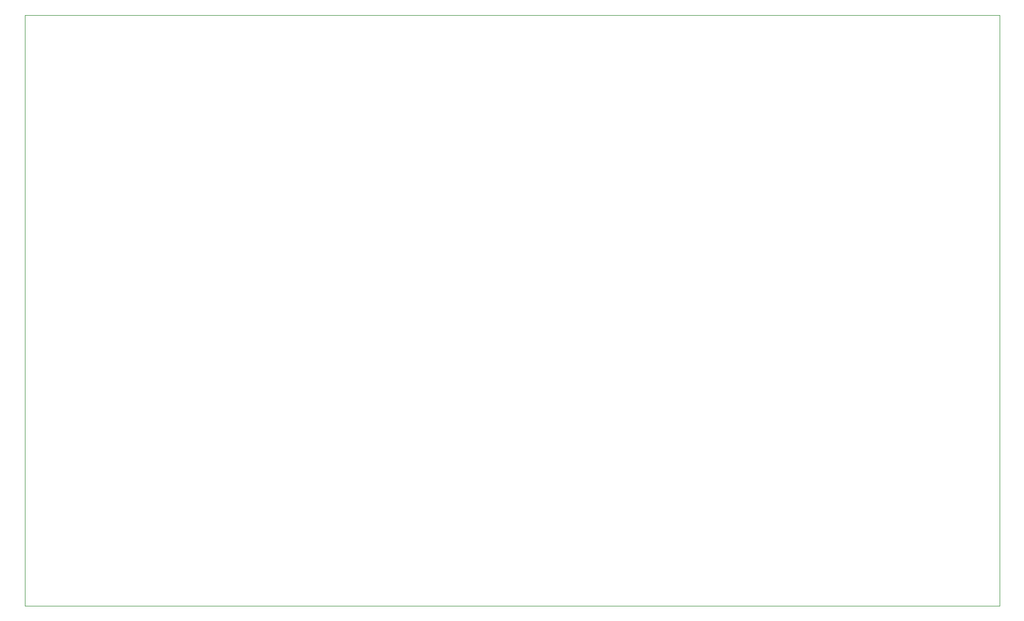
<source format=gm1>
G04 #@! TF.FileFunction,Profile,NP*
%FSLAX46Y46*%
G04 Gerber Fmt 4.6, Leading zero omitted, Abs format (unit mm)*
G04 Created by KiCad (PCBNEW (2016-07-28 BZR 6996, Git e15ad93)-product) date Mon Aug  8 00:28:43 2016*
%MOMM*%
%LPD*%
G01*
G04 APERTURE LIST*
%ADD10C,0.100000*%
G04 APERTURE END LIST*
D10*
X0Y0D02*
X0Y92456000D01*
X152400000Y0D02*
X0Y0D01*
X152400000Y92456000D02*
X152400000Y0D01*
X0Y92456000D02*
X152400000Y92456000D01*
M02*

</source>
